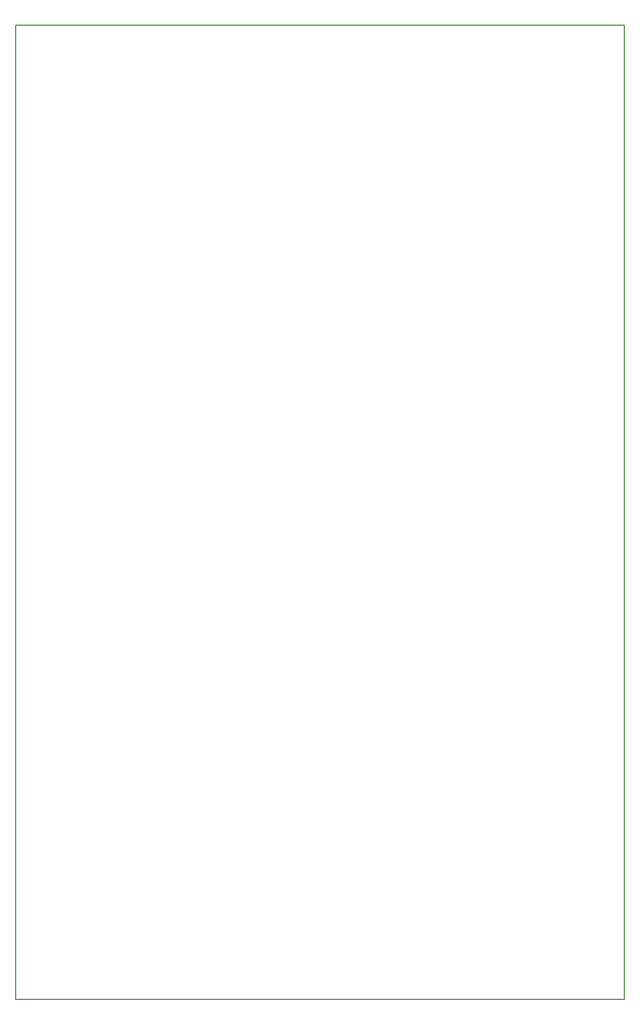
<source format=gbr>
G04 #@! TF.GenerationSoftware,KiCad,Pcbnew,(5.1.5)-3*
G04 #@! TF.CreationDate,2020-03-15T20:30:40+01:00*
G04 #@! TF.ProjectId,TFG_PCB,5446475f-5043-4422-9e6b-696361645f70,rev?*
G04 #@! TF.SameCoordinates,Original*
G04 #@! TF.FileFunction,Other,User*
%FSLAX46Y46*%
G04 Gerber Fmt 4.6, Leading zero omitted, Abs format (unit mm)*
G04 Created by KiCad (PCBNEW (5.1.5)-3) date 2020-03-15 20:30:40*
%MOMM*%
%LPD*%
G04 APERTURE LIST*
%ADD10C,0.150000*%
G04 APERTURE END LIST*
D10*
X35560000Y-172720000D02*
X127635000Y-172720000D01*
X35560000Y-25400000D02*
X35560000Y-172720000D01*
X127635000Y-25400000D02*
X35560000Y-25400000D01*
X127635000Y-172720000D02*
X127635000Y-25400000D01*
M02*

</source>
